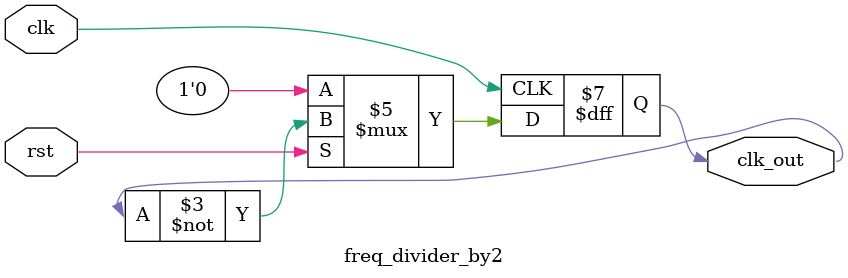
<source format=v>
`timescale 1ns / 1ps


module freq_divider_by2(clk_out, rst, clk);
input rst, clk;
output reg clk_out;

    always@(posedge clk)
      if(!rst)
        clk_out <= 0;
      else
        clk_out <= ~clk_out;
endmodule
</source>
